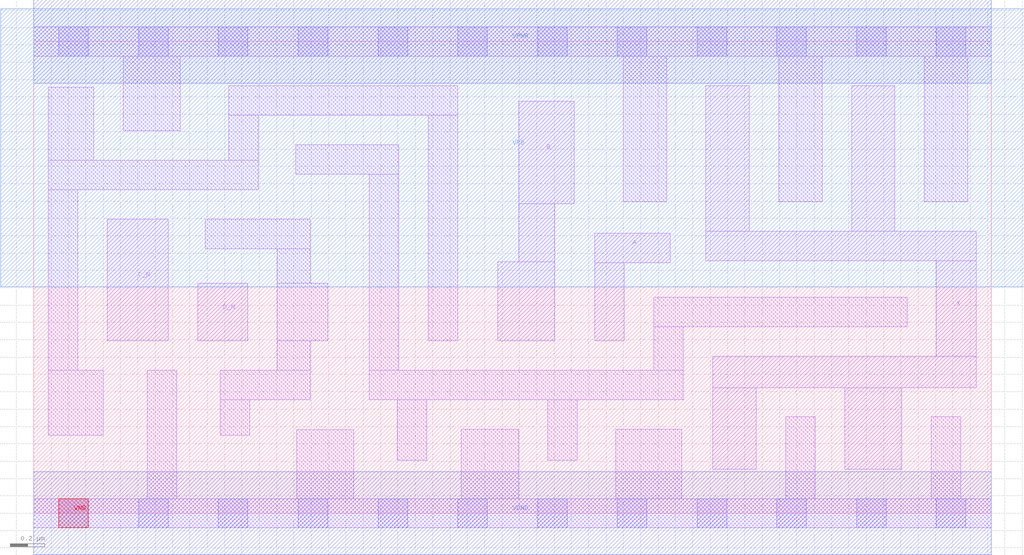
<source format=lef>
# Copyright 2020 The SkyWater PDK Authors
#
# Licensed under the Apache License, Version 2.0 (the "License");
# you may not use this file except in compliance with the License.
# You may obtain a copy of the License at
#
#     https://www.apache.org/licenses/LICENSE-2.0
#
# Unless required by applicable law or agreed to in writing, software
# distributed under the License is distributed on an "AS IS" BASIS,
# WITHOUT WARRANTIES OR CONDITIONS OF ANY KIND, either express or implied.
# See the License for the specific language governing permissions and
# limitations under the License.
#
# SPDX-License-Identifier: Apache-2.0

VERSION 5.7 ;
  NOWIREEXTENSIONATPIN ON ;
  DIVIDERCHAR "/" ;
  BUSBITCHARS "[]" ;
MACRO sky130_fd_sc_hd__or4bb_4
  CLASS CORE ;
  FOREIGN sky130_fd_sc_hd__or4bb_4 ;
  ORIGIN  0.000000  0.000000 ;
  SIZE  5.520000 BY  2.720000 ;
  SYMMETRY X Y R90 ;
  SITE unithd ;
  PIN A
    ANTENNAGATEAREA  0.247500 ;
    DIRECTION INPUT ;
    USE SIGNAL ;
    PORT
      LAYER li1 ;
        RECT 3.235000 0.995000 3.405000 1.445000 ;
        RECT 3.235000 1.445000 3.670000 1.615000 ;
    END
  END A
  PIN B
    ANTENNAGATEAREA  0.247500 ;
    DIRECTION INPUT ;
    USE SIGNAL ;
    PORT
      LAYER li1 ;
        RECT 2.675000 0.995000 3.005000 1.450000 ;
        RECT 2.795000 1.450000 3.005000 1.785000 ;
        RECT 2.795000 1.785000 3.115000 2.375000 ;
    END
  END B
  PIN C_N
    ANTENNAGATEAREA  0.126000 ;
    DIRECTION INPUT ;
    USE SIGNAL ;
    PORT
      LAYER li1 ;
        RECT 0.425000 0.995000 0.775000 1.695000 ;
    END
  END C_N
  PIN D_N
    ANTENNAGATEAREA  0.126000 ;
    DIRECTION INPUT ;
    USE SIGNAL ;
    PORT
      LAYER li1 ;
        RECT 0.945000 0.995000 1.235000 1.325000 ;
    END
  END D_N
  PIN X
    ANTENNADIFFAREA  0.891000 ;
    DIRECTION OUTPUT ;
    USE SIGNAL ;
    PORT
      LAYER li1 ;
        RECT 3.875000 1.455000 5.435000 1.625000 ;
        RECT 3.875000 1.625000 4.125000 2.465000 ;
        RECT 3.915000 0.255000 4.165000 0.725000 ;
        RECT 3.915000 0.725000 5.435000 0.905000 ;
        RECT 4.675000 0.255000 5.005000 0.725000 ;
        RECT 4.715000 1.625000 4.965000 2.465000 ;
        RECT 5.205000 0.905000 5.435000 1.455000 ;
    END
  END X
  PIN VGND
    DIRECTION INOUT ;
    SHAPE ABUTMENT ;
    USE GROUND ;
    PORT
      LAYER met1 ;
        RECT 0.000000 -0.240000 5.520000 0.240000 ;
    END
  END VGND
  PIN VNB
    DIRECTION INOUT ;
    USE GROUND ;
    PORT
      LAYER pwell ;
        RECT 0.145000 -0.085000 0.315000 0.085000 ;
    END
  END VNB
  PIN VPB
    DIRECTION INOUT ;
    USE POWER ;
    PORT
      LAYER nwell ;
        RECT -0.190000 1.305000 5.710000 2.910000 ;
    END
  END VPB
  PIN VPWR
    DIRECTION INOUT ;
    SHAPE ABUTMENT ;
    USE POWER ;
    PORT
      LAYER met1 ;
        RECT 0.000000 2.480000 5.520000 2.960000 ;
    END
  END VPWR
  OBS
    LAYER li1 ;
      RECT 0.000000 -0.085000 5.520000 0.085000 ;
      RECT 0.000000  2.635000 5.520000 2.805000 ;
      RECT 0.085000  0.450000 0.400000 0.825000 ;
      RECT 0.085000  0.825000 0.255000 1.865000 ;
      RECT 0.085000  1.865000 1.295000 2.035000 ;
      RECT 0.085000  2.035000 0.345000 2.455000 ;
      RECT 0.515000  2.205000 0.845000 2.635000 ;
      RECT 0.655000  0.085000 0.825000 0.825000 ;
      RECT 0.990000  1.525000 1.595000 1.695000 ;
      RECT 1.075000  0.450000 1.245000 0.655000 ;
      RECT 1.075000  0.655000 1.595000 0.825000 ;
      RECT 1.125000  2.035000 1.295000 2.295000 ;
      RECT 1.125000  2.295000 2.445000 2.465000 ;
      RECT 1.405000  0.825000 1.595000 0.995000 ;
      RECT 1.405000  0.995000 1.695000 1.325000 ;
      RECT 1.405000  1.325000 1.595000 1.525000 ;
      RECT 1.510000  1.955000 2.105000 2.125000 ;
      RECT 1.515000  0.085000 1.845000 0.480000 ;
      RECT 1.935000  0.655000 3.745000 0.825000 ;
      RECT 1.935000  0.825000 2.105000 1.955000 ;
      RECT 2.095000  0.305000 2.265000 0.655000 ;
      RECT 2.275000  0.995000 2.445000 2.295000 ;
      RECT 2.465000  0.085000 2.795000 0.485000 ;
      RECT 2.965000  0.305000 3.135000 0.655000 ;
      RECT 3.355000  0.085000 3.735000 0.485000 ;
      RECT 3.400000  1.795000 3.650000 2.635000 ;
      RECT 3.575000  0.825000 3.745000 1.075000 ;
      RECT 3.575000  1.075000 5.035000 1.245000 ;
      RECT 4.295000  1.795000 4.545000 2.635000 ;
      RECT 4.335000  0.085000 4.505000 0.555000 ;
      RECT 5.135000  1.795000 5.385000 2.635000 ;
      RECT 5.175000  0.085000 5.345000 0.555000 ;
    LAYER mcon ;
      RECT 0.145000 -0.085000 0.315000 0.085000 ;
      RECT 0.145000  2.635000 0.315000 2.805000 ;
      RECT 0.605000 -0.085000 0.775000 0.085000 ;
      RECT 0.605000  2.635000 0.775000 2.805000 ;
      RECT 1.065000 -0.085000 1.235000 0.085000 ;
      RECT 1.065000  2.635000 1.235000 2.805000 ;
      RECT 1.525000 -0.085000 1.695000 0.085000 ;
      RECT 1.525000  2.635000 1.695000 2.805000 ;
      RECT 1.985000 -0.085000 2.155000 0.085000 ;
      RECT 1.985000  2.635000 2.155000 2.805000 ;
      RECT 2.445000 -0.085000 2.615000 0.085000 ;
      RECT 2.445000  2.635000 2.615000 2.805000 ;
      RECT 2.905000 -0.085000 3.075000 0.085000 ;
      RECT 2.905000  2.635000 3.075000 2.805000 ;
      RECT 3.365000 -0.085000 3.535000 0.085000 ;
      RECT 3.365000  2.635000 3.535000 2.805000 ;
      RECT 3.825000 -0.085000 3.995000 0.085000 ;
      RECT 3.825000  2.635000 3.995000 2.805000 ;
      RECT 4.285000 -0.085000 4.455000 0.085000 ;
      RECT 4.285000  2.635000 4.455000 2.805000 ;
      RECT 4.745000 -0.085000 4.915000 0.085000 ;
      RECT 4.745000  2.635000 4.915000 2.805000 ;
      RECT 5.205000 -0.085000 5.375000 0.085000 ;
      RECT 5.205000  2.635000 5.375000 2.805000 ;
  END
END sky130_fd_sc_hd__or4bb_4
END LIBRARY

</source>
